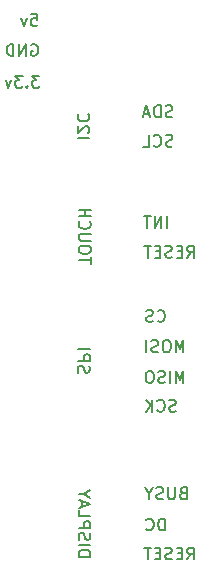
<source format=gbo>
%TF.GenerationSoftware,KiCad,Pcbnew,7.0.2-6a45011f42~172~ubuntu20.04.1*%
%TF.CreationDate,2023-04-23T14:48:57-04:00*%
%TF.ProjectId,RPiHeaderAdapter,52506948-6561-4646-9572-416461707465,rev?*%
%TF.SameCoordinates,Original*%
%TF.FileFunction,Legend,Bot*%
%TF.FilePolarity,Positive*%
%FSLAX46Y46*%
G04 Gerber Fmt 4.6, Leading zero omitted, Abs format (unit mm)*
G04 Created by KiCad (PCBNEW 7.0.2-6a45011f42~172~ubuntu20.04.1) date 2023-04-23 14:48:57*
%MOMM*%
%LPD*%
G01*
G04 APERTURE LIST*
%ADD10C,0.150000*%
%ADD11R,1.700000X1.700000*%
%ADD12O,1.700000X1.700000*%
G04 APERTURE END LIST*
D10*
X140643076Y-104449419D02*
X140976409Y-103973228D01*
X141214504Y-104449419D02*
X141214504Y-103449419D01*
X141214504Y-103449419D02*
X140833552Y-103449419D01*
X140833552Y-103449419D02*
X140738314Y-103497038D01*
X140738314Y-103497038D02*
X140690695Y-103544657D01*
X140690695Y-103544657D02*
X140643076Y-103639895D01*
X140643076Y-103639895D02*
X140643076Y-103782752D01*
X140643076Y-103782752D02*
X140690695Y-103877990D01*
X140690695Y-103877990D02*
X140738314Y-103925609D01*
X140738314Y-103925609D02*
X140833552Y-103973228D01*
X140833552Y-103973228D02*
X141214504Y-103973228D01*
X140214504Y-103925609D02*
X139881171Y-103925609D01*
X139738314Y-104449419D02*
X140214504Y-104449419D01*
X140214504Y-104449419D02*
X140214504Y-103449419D01*
X140214504Y-103449419D02*
X139738314Y-103449419D01*
X139357361Y-104401800D02*
X139214504Y-104449419D01*
X139214504Y-104449419D02*
X138976409Y-104449419D01*
X138976409Y-104449419D02*
X138881171Y-104401800D01*
X138881171Y-104401800D02*
X138833552Y-104354180D01*
X138833552Y-104354180D02*
X138785933Y-104258942D01*
X138785933Y-104258942D02*
X138785933Y-104163704D01*
X138785933Y-104163704D02*
X138833552Y-104068466D01*
X138833552Y-104068466D02*
X138881171Y-104020847D01*
X138881171Y-104020847D02*
X138976409Y-103973228D01*
X138976409Y-103973228D02*
X139166885Y-103925609D01*
X139166885Y-103925609D02*
X139262123Y-103877990D01*
X139262123Y-103877990D02*
X139309742Y-103830371D01*
X139309742Y-103830371D02*
X139357361Y-103735133D01*
X139357361Y-103735133D02*
X139357361Y-103639895D01*
X139357361Y-103639895D02*
X139309742Y-103544657D01*
X139309742Y-103544657D02*
X139262123Y-103497038D01*
X139262123Y-103497038D02*
X139166885Y-103449419D01*
X139166885Y-103449419D02*
X138928790Y-103449419D01*
X138928790Y-103449419D02*
X138785933Y-103497038D01*
X138357361Y-103925609D02*
X138024028Y-103925609D01*
X137881171Y-104449419D02*
X138357361Y-104449419D01*
X138357361Y-104449419D02*
X138357361Y-103449419D01*
X138357361Y-103449419D02*
X137881171Y-103449419D01*
X137595456Y-103449419D02*
X137024028Y-103449419D01*
X137309742Y-104449419D02*
X137309742Y-103449419D01*
X138750704Y-101985619D02*
X138750704Y-100985619D01*
X138750704Y-100985619D02*
X138512609Y-100985619D01*
X138512609Y-100985619D02*
X138369752Y-101033238D01*
X138369752Y-101033238D02*
X138274514Y-101128476D01*
X138274514Y-101128476D02*
X138226895Y-101223714D01*
X138226895Y-101223714D02*
X138179276Y-101414190D01*
X138179276Y-101414190D02*
X138179276Y-101557047D01*
X138179276Y-101557047D02*
X138226895Y-101747523D01*
X138226895Y-101747523D02*
X138274514Y-101842761D01*
X138274514Y-101842761D02*
X138369752Y-101938000D01*
X138369752Y-101938000D02*
X138512609Y-101985619D01*
X138512609Y-101985619D02*
X138750704Y-101985619D01*
X137179276Y-101890380D02*
X137226895Y-101938000D01*
X137226895Y-101938000D02*
X137369752Y-101985619D01*
X137369752Y-101985619D02*
X137464990Y-101985619D01*
X137464990Y-101985619D02*
X137607847Y-101938000D01*
X137607847Y-101938000D02*
X137703085Y-101842761D01*
X137703085Y-101842761D02*
X137750704Y-101747523D01*
X137750704Y-101747523D02*
X137798323Y-101557047D01*
X137798323Y-101557047D02*
X137798323Y-101414190D01*
X137798323Y-101414190D02*
X137750704Y-101223714D01*
X137750704Y-101223714D02*
X137703085Y-101128476D01*
X137703085Y-101128476D02*
X137607847Y-101033238D01*
X137607847Y-101033238D02*
X137464990Y-100985619D01*
X137464990Y-100985619D02*
X137369752Y-100985619D01*
X137369752Y-100985619D02*
X137226895Y-101033238D01*
X137226895Y-101033238D02*
X137179276Y-101080857D01*
X140271571Y-98820209D02*
X140128714Y-98867828D01*
X140128714Y-98867828D02*
X140081095Y-98915447D01*
X140081095Y-98915447D02*
X140033476Y-99010685D01*
X140033476Y-99010685D02*
X140033476Y-99153542D01*
X140033476Y-99153542D02*
X140081095Y-99248780D01*
X140081095Y-99248780D02*
X140128714Y-99296400D01*
X140128714Y-99296400D02*
X140223952Y-99344019D01*
X140223952Y-99344019D02*
X140604904Y-99344019D01*
X140604904Y-99344019D02*
X140604904Y-98344019D01*
X140604904Y-98344019D02*
X140271571Y-98344019D01*
X140271571Y-98344019D02*
X140176333Y-98391638D01*
X140176333Y-98391638D02*
X140128714Y-98439257D01*
X140128714Y-98439257D02*
X140081095Y-98534495D01*
X140081095Y-98534495D02*
X140081095Y-98629733D01*
X140081095Y-98629733D02*
X140128714Y-98724971D01*
X140128714Y-98724971D02*
X140176333Y-98772590D01*
X140176333Y-98772590D02*
X140271571Y-98820209D01*
X140271571Y-98820209D02*
X140604904Y-98820209D01*
X139604904Y-98344019D02*
X139604904Y-99153542D01*
X139604904Y-99153542D02*
X139557285Y-99248780D01*
X139557285Y-99248780D02*
X139509666Y-99296400D01*
X139509666Y-99296400D02*
X139414428Y-99344019D01*
X139414428Y-99344019D02*
X139223952Y-99344019D01*
X139223952Y-99344019D02*
X139128714Y-99296400D01*
X139128714Y-99296400D02*
X139081095Y-99248780D01*
X139081095Y-99248780D02*
X139033476Y-99153542D01*
X139033476Y-99153542D02*
X139033476Y-98344019D01*
X138604904Y-99296400D02*
X138462047Y-99344019D01*
X138462047Y-99344019D02*
X138223952Y-99344019D01*
X138223952Y-99344019D02*
X138128714Y-99296400D01*
X138128714Y-99296400D02*
X138081095Y-99248780D01*
X138081095Y-99248780D02*
X138033476Y-99153542D01*
X138033476Y-99153542D02*
X138033476Y-99058304D01*
X138033476Y-99058304D02*
X138081095Y-98963066D01*
X138081095Y-98963066D02*
X138128714Y-98915447D01*
X138128714Y-98915447D02*
X138223952Y-98867828D01*
X138223952Y-98867828D02*
X138414428Y-98820209D01*
X138414428Y-98820209D02*
X138509666Y-98772590D01*
X138509666Y-98772590D02*
X138557285Y-98724971D01*
X138557285Y-98724971D02*
X138604904Y-98629733D01*
X138604904Y-98629733D02*
X138604904Y-98534495D01*
X138604904Y-98534495D02*
X138557285Y-98439257D01*
X138557285Y-98439257D02*
X138509666Y-98391638D01*
X138509666Y-98391638D02*
X138414428Y-98344019D01*
X138414428Y-98344019D02*
X138176333Y-98344019D01*
X138176333Y-98344019D02*
X138033476Y-98391638D01*
X137414428Y-98867828D02*
X137414428Y-99344019D01*
X137747761Y-98344019D02*
X137414428Y-98867828D01*
X137414428Y-98867828D02*
X137081095Y-98344019D01*
X131440380Y-104206704D02*
X132440380Y-104206704D01*
X132440380Y-104206704D02*
X132440380Y-103968609D01*
X132440380Y-103968609D02*
X132392761Y-103825752D01*
X132392761Y-103825752D02*
X132297523Y-103730514D01*
X132297523Y-103730514D02*
X132202285Y-103682895D01*
X132202285Y-103682895D02*
X132011809Y-103635276D01*
X132011809Y-103635276D02*
X131868952Y-103635276D01*
X131868952Y-103635276D02*
X131678476Y-103682895D01*
X131678476Y-103682895D02*
X131583238Y-103730514D01*
X131583238Y-103730514D02*
X131488000Y-103825752D01*
X131488000Y-103825752D02*
X131440380Y-103968609D01*
X131440380Y-103968609D02*
X131440380Y-104206704D01*
X131440380Y-103206704D02*
X132440380Y-103206704D01*
X131488000Y-102778133D02*
X131440380Y-102635276D01*
X131440380Y-102635276D02*
X131440380Y-102397181D01*
X131440380Y-102397181D02*
X131488000Y-102301943D01*
X131488000Y-102301943D02*
X131535619Y-102254324D01*
X131535619Y-102254324D02*
X131630857Y-102206705D01*
X131630857Y-102206705D02*
X131726095Y-102206705D01*
X131726095Y-102206705D02*
X131821333Y-102254324D01*
X131821333Y-102254324D02*
X131868952Y-102301943D01*
X131868952Y-102301943D02*
X131916571Y-102397181D01*
X131916571Y-102397181D02*
X131964190Y-102587657D01*
X131964190Y-102587657D02*
X132011809Y-102682895D01*
X132011809Y-102682895D02*
X132059428Y-102730514D01*
X132059428Y-102730514D02*
X132154666Y-102778133D01*
X132154666Y-102778133D02*
X132249904Y-102778133D01*
X132249904Y-102778133D02*
X132345142Y-102730514D01*
X132345142Y-102730514D02*
X132392761Y-102682895D01*
X132392761Y-102682895D02*
X132440380Y-102587657D01*
X132440380Y-102587657D02*
X132440380Y-102349562D01*
X132440380Y-102349562D02*
X132392761Y-102206705D01*
X131440380Y-101778133D02*
X132440380Y-101778133D01*
X132440380Y-101778133D02*
X132440380Y-101397181D01*
X132440380Y-101397181D02*
X132392761Y-101301943D01*
X132392761Y-101301943D02*
X132345142Y-101254324D01*
X132345142Y-101254324D02*
X132249904Y-101206705D01*
X132249904Y-101206705D02*
X132107047Y-101206705D01*
X132107047Y-101206705D02*
X132011809Y-101254324D01*
X132011809Y-101254324D02*
X131964190Y-101301943D01*
X131964190Y-101301943D02*
X131916571Y-101397181D01*
X131916571Y-101397181D02*
X131916571Y-101778133D01*
X131440380Y-100301943D02*
X131440380Y-100778133D01*
X131440380Y-100778133D02*
X132440380Y-100778133D01*
X131726095Y-100016228D02*
X131726095Y-99540038D01*
X131440380Y-100111466D02*
X132440380Y-99778133D01*
X132440380Y-99778133D02*
X131440380Y-99444800D01*
X131916571Y-98920990D02*
X131440380Y-98920990D01*
X132440380Y-99254323D02*
X131916571Y-98920990D01*
X131916571Y-98920990D02*
X132440380Y-98587657D01*
X139687323Y-91879600D02*
X139544466Y-91927219D01*
X139544466Y-91927219D02*
X139306371Y-91927219D01*
X139306371Y-91927219D02*
X139211133Y-91879600D01*
X139211133Y-91879600D02*
X139163514Y-91831980D01*
X139163514Y-91831980D02*
X139115895Y-91736742D01*
X139115895Y-91736742D02*
X139115895Y-91641504D01*
X139115895Y-91641504D02*
X139163514Y-91546266D01*
X139163514Y-91546266D02*
X139211133Y-91498647D01*
X139211133Y-91498647D02*
X139306371Y-91451028D01*
X139306371Y-91451028D02*
X139496847Y-91403409D01*
X139496847Y-91403409D02*
X139592085Y-91355790D01*
X139592085Y-91355790D02*
X139639704Y-91308171D01*
X139639704Y-91308171D02*
X139687323Y-91212933D01*
X139687323Y-91212933D02*
X139687323Y-91117695D01*
X139687323Y-91117695D02*
X139639704Y-91022457D01*
X139639704Y-91022457D02*
X139592085Y-90974838D01*
X139592085Y-90974838D02*
X139496847Y-90927219D01*
X139496847Y-90927219D02*
X139258752Y-90927219D01*
X139258752Y-90927219D02*
X139115895Y-90974838D01*
X138115895Y-91831980D02*
X138163514Y-91879600D01*
X138163514Y-91879600D02*
X138306371Y-91927219D01*
X138306371Y-91927219D02*
X138401609Y-91927219D01*
X138401609Y-91927219D02*
X138544466Y-91879600D01*
X138544466Y-91879600D02*
X138639704Y-91784361D01*
X138639704Y-91784361D02*
X138687323Y-91689123D01*
X138687323Y-91689123D02*
X138734942Y-91498647D01*
X138734942Y-91498647D02*
X138734942Y-91355790D01*
X138734942Y-91355790D02*
X138687323Y-91165314D01*
X138687323Y-91165314D02*
X138639704Y-91070076D01*
X138639704Y-91070076D02*
X138544466Y-90974838D01*
X138544466Y-90974838D02*
X138401609Y-90927219D01*
X138401609Y-90927219D02*
X138306371Y-90927219D01*
X138306371Y-90927219D02*
X138163514Y-90974838D01*
X138163514Y-90974838D02*
X138115895Y-91022457D01*
X137687323Y-91927219D02*
X137687323Y-90927219D01*
X137115895Y-91927219D02*
X137544466Y-91355790D01*
X137115895Y-90927219D02*
X137687323Y-91498647D01*
X140325504Y-89514219D02*
X140325504Y-88514219D01*
X140325504Y-88514219D02*
X139992171Y-89228504D01*
X139992171Y-89228504D02*
X139658838Y-88514219D01*
X139658838Y-88514219D02*
X139658838Y-89514219D01*
X139182647Y-89514219D02*
X139182647Y-88514219D01*
X138754076Y-89466600D02*
X138611219Y-89514219D01*
X138611219Y-89514219D02*
X138373124Y-89514219D01*
X138373124Y-89514219D02*
X138277886Y-89466600D01*
X138277886Y-89466600D02*
X138230267Y-89418980D01*
X138230267Y-89418980D02*
X138182648Y-89323742D01*
X138182648Y-89323742D02*
X138182648Y-89228504D01*
X138182648Y-89228504D02*
X138230267Y-89133266D01*
X138230267Y-89133266D02*
X138277886Y-89085647D01*
X138277886Y-89085647D02*
X138373124Y-89038028D01*
X138373124Y-89038028D02*
X138563600Y-88990409D01*
X138563600Y-88990409D02*
X138658838Y-88942790D01*
X138658838Y-88942790D02*
X138706457Y-88895171D01*
X138706457Y-88895171D02*
X138754076Y-88799933D01*
X138754076Y-88799933D02*
X138754076Y-88704695D01*
X138754076Y-88704695D02*
X138706457Y-88609457D01*
X138706457Y-88609457D02*
X138658838Y-88561838D01*
X138658838Y-88561838D02*
X138563600Y-88514219D01*
X138563600Y-88514219D02*
X138325505Y-88514219D01*
X138325505Y-88514219D02*
X138182648Y-88561838D01*
X137563600Y-88514219D02*
X137373124Y-88514219D01*
X137373124Y-88514219D02*
X137277886Y-88561838D01*
X137277886Y-88561838D02*
X137182648Y-88657076D01*
X137182648Y-88657076D02*
X137135029Y-88847552D01*
X137135029Y-88847552D02*
X137135029Y-89180885D01*
X137135029Y-89180885D02*
X137182648Y-89371361D01*
X137182648Y-89371361D02*
X137277886Y-89466600D01*
X137277886Y-89466600D02*
X137373124Y-89514219D01*
X137373124Y-89514219D02*
X137563600Y-89514219D01*
X137563600Y-89514219D02*
X137658838Y-89466600D01*
X137658838Y-89466600D02*
X137754076Y-89371361D01*
X137754076Y-89371361D02*
X137801695Y-89180885D01*
X137801695Y-89180885D02*
X137801695Y-88847552D01*
X137801695Y-88847552D02*
X137754076Y-88657076D01*
X137754076Y-88657076D02*
X137658838Y-88561838D01*
X137658838Y-88561838D02*
X137563600Y-88514219D01*
X140325504Y-86898019D02*
X140325504Y-85898019D01*
X140325504Y-85898019D02*
X139992171Y-86612304D01*
X139992171Y-86612304D02*
X139658838Y-85898019D01*
X139658838Y-85898019D02*
X139658838Y-86898019D01*
X138992171Y-85898019D02*
X138801695Y-85898019D01*
X138801695Y-85898019D02*
X138706457Y-85945638D01*
X138706457Y-85945638D02*
X138611219Y-86040876D01*
X138611219Y-86040876D02*
X138563600Y-86231352D01*
X138563600Y-86231352D02*
X138563600Y-86564685D01*
X138563600Y-86564685D02*
X138611219Y-86755161D01*
X138611219Y-86755161D02*
X138706457Y-86850400D01*
X138706457Y-86850400D02*
X138801695Y-86898019D01*
X138801695Y-86898019D02*
X138992171Y-86898019D01*
X138992171Y-86898019D02*
X139087409Y-86850400D01*
X139087409Y-86850400D02*
X139182647Y-86755161D01*
X139182647Y-86755161D02*
X139230266Y-86564685D01*
X139230266Y-86564685D02*
X139230266Y-86231352D01*
X139230266Y-86231352D02*
X139182647Y-86040876D01*
X139182647Y-86040876D02*
X139087409Y-85945638D01*
X139087409Y-85945638D02*
X138992171Y-85898019D01*
X138182647Y-86850400D02*
X138039790Y-86898019D01*
X138039790Y-86898019D02*
X137801695Y-86898019D01*
X137801695Y-86898019D02*
X137706457Y-86850400D01*
X137706457Y-86850400D02*
X137658838Y-86802780D01*
X137658838Y-86802780D02*
X137611219Y-86707542D01*
X137611219Y-86707542D02*
X137611219Y-86612304D01*
X137611219Y-86612304D02*
X137658838Y-86517066D01*
X137658838Y-86517066D02*
X137706457Y-86469447D01*
X137706457Y-86469447D02*
X137801695Y-86421828D01*
X137801695Y-86421828D02*
X137992171Y-86374209D01*
X137992171Y-86374209D02*
X138087409Y-86326590D01*
X138087409Y-86326590D02*
X138135028Y-86278971D01*
X138135028Y-86278971D02*
X138182647Y-86183733D01*
X138182647Y-86183733D02*
X138182647Y-86088495D01*
X138182647Y-86088495D02*
X138135028Y-85993257D01*
X138135028Y-85993257D02*
X138087409Y-85945638D01*
X138087409Y-85945638D02*
X137992171Y-85898019D01*
X137992171Y-85898019D02*
X137754076Y-85898019D01*
X137754076Y-85898019D02*
X137611219Y-85945638D01*
X137182647Y-86898019D02*
X137182647Y-85898019D01*
X138128476Y-84237380D02*
X138176095Y-84285000D01*
X138176095Y-84285000D02*
X138318952Y-84332619D01*
X138318952Y-84332619D02*
X138414190Y-84332619D01*
X138414190Y-84332619D02*
X138557047Y-84285000D01*
X138557047Y-84285000D02*
X138652285Y-84189761D01*
X138652285Y-84189761D02*
X138699904Y-84094523D01*
X138699904Y-84094523D02*
X138747523Y-83904047D01*
X138747523Y-83904047D02*
X138747523Y-83761190D01*
X138747523Y-83761190D02*
X138699904Y-83570714D01*
X138699904Y-83570714D02*
X138652285Y-83475476D01*
X138652285Y-83475476D02*
X138557047Y-83380238D01*
X138557047Y-83380238D02*
X138414190Y-83332619D01*
X138414190Y-83332619D02*
X138318952Y-83332619D01*
X138318952Y-83332619D02*
X138176095Y-83380238D01*
X138176095Y-83380238D02*
X138128476Y-83427857D01*
X137747523Y-84285000D02*
X137604666Y-84332619D01*
X137604666Y-84332619D02*
X137366571Y-84332619D01*
X137366571Y-84332619D02*
X137271333Y-84285000D01*
X137271333Y-84285000D02*
X137223714Y-84237380D01*
X137223714Y-84237380D02*
X137176095Y-84142142D01*
X137176095Y-84142142D02*
X137176095Y-84046904D01*
X137176095Y-84046904D02*
X137223714Y-83951666D01*
X137223714Y-83951666D02*
X137271333Y-83904047D01*
X137271333Y-83904047D02*
X137366571Y-83856428D01*
X137366571Y-83856428D02*
X137557047Y-83808809D01*
X137557047Y-83808809D02*
X137652285Y-83761190D01*
X137652285Y-83761190D02*
X137699904Y-83713571D01*
X137699904Y-83713571D02*
X137747523Y-83618333D01*
X137747523Y-83618333D02*
X137747523Y-83523095D01*
X137747523Y-83523095D02*
X137699904Y-83427857D01*
X137699904Y-83427857D02*
X137652285Y-83380238D01*
X137652285Y-83380238D02*
X137557047Y-83332619D01*
X137557047Y-83332619D02*
X137318952Y-83332619D01*
X137318952Y-83332619D02*
X137176095Y-83380238D01*
X131437200Y-88633323D02*
X131389580Y-88490466D01*
X131389580Y-88490466D02*
X131389580Y-88252371D01*
X131389580Y-88252371D02*
X131437200Y-88157133D01*
X131437200Y-88157133D02*
X131484819Y-88109514D01*
X131484819Y-88109514D02*
X131580057Y-88061895D01*
X131580057Y-88061895D02*
X131675295Y-88061895D01*
X131675295Y-88061895D02*
X131770533Y-88109514D01*
X131770533Y-88109514D02*
X131818152Y-88157133D01*
X131818152Y-88157133D02*
X131865771Y-88252371D01*
X131865771Y-88252371D02*
X131913390Y-88442847D01*
X131913390Y-88442847D02*
X131961009Y-88538085D01*
X131961009Y-88538085D02*
X132008628Y-88585704D01*
X132008628Y-88585704D02*
X132103866Y-88633323D01*
X132103866Y-88633323D02*
X132199104Y-88633323D01*
X132199104Y-88633323D02*
X132294342Y-88585704D01*
X132294342Y-88585704D02*
X132341961Y-88538085D01*
X132341961Y-88538085D02*
X132389580Y-88442847D01*
X132389580Y-88442847D02*
X132389580Y-88204752D01*
X132389580Y-88204752D02*
X132341961Y-88061895D01*
X131389580Y-87633323D02*
X132389580Y-87633323D01*
X132389580Y-87633323D02*
X132389580Y-87252371D01*
X132389580Y-87252371D02*
X132341961Y-87157133D01*
X132341961Y-87157133D02*
X132294342Y-87109514D01*
X132294342Y-87109514D02*
X132199104Y-87061895D01*
X132199104Y-87061895D02*
X132056247Y-87061895D01*
X132056247Y-87061895D02*
X131961009Y-87109514D01*
X131961009Y-87109514D02*
X131913390Y-87157133D01*
X131913390Y-87157133D02*
X131865771Y-87252371D01*
X131865771Y-87252371D02*
X131865771Y-87633323D01*
X131389580Y-86633323D02*
X132389580Y-86633323D01*
X132465780Y-79406761D02*
X132465780Y-78835333D01*
X131465780Y-79121047D02*
X132465780Y-79121047D01*
X132465780Y-78311523D02*
X132465780Y-78121047D01*
X132465780Y-78121047D02*
X132418161Y-78025809D01*
X132418161Y-78025809D02*
X132322923Y-77930571D01*
X132322923Y-77930571D02*
X132132447Y-77882952D01*
X132132447Y-77882952D02*
X131799114Y-77882952D01*
X131799114Y-77882952D02*
X131608638Y-77930571D01*
X131608638Y-77930571D02*
X131513400Y-78025809D01*
X131513400Y-78025809D02*
X131465780Y-78121047D01*
X131465780Y-78121047D02*
X131465780Y-78311523D01*
X131465780Y-78311523D02*
X131513400Y-78406761D01*
X131513400Y-78406761D02*
X131608638Y-78501999D01*
X131608638Y-78501999D02*
X131799114Y-78549618D01*
X131799114Y-78549618D02*
X132132447Y-78549618D01*
X132132447Y-78549618D02*
X132322923Y-78501999D01*
X132322923Y-78501999D02*
X132418161Y-78406761D01*
X132418161Y-78406761D02*
X132465780Y-78311523D01*
X132465780Y-77454380D02*
X131656257Y-77454380D01*
X131656257Y-77454380D02*
X131561019Y-77406761D01*
X131561019Y-77406761D02*
X131513400Y-77359142D01*
X131513400Y-77359142D02*
X131465780Y-77263904D01*
X131465780Y-77263904D02*
X131465780Y-77073428D01*
X131465780Y-77073428D02*
X131513400Y-76978190D01*
X131513400Y-76978190D02*
X131561019Y-76930571D01*
X131561019Y-76930571D02*
X131656257Y-76882952D01*
X131656257Y-76882952D02*
X132465780Y-76882952D01*
X131561019Y-75835333D02*
X131513400Y-75882952D01*
X131513400Y-75882952D02*
X131465780Y-76025809D01*
X131465780Y-76025809D02*
X131465780Y-76121047D01*
X131465780Y-76121047D02*
X131513400Y-76263904D01*
X131513400Y-76263904D02*
X131608638Y-76359142D01*
X131608638Y-76359142D02*
X131703876Y-76406761D01*
X131703876Y-76406761D02*
X131894352Y-76454380D01*
X131894352Y-76454380D02*
X132037209Y-76454380D01*
X132037209Y-76454380D02*
X132227685Y-76406761D01*
X132227685Y-76406761D02*
X132322923Y-76359142D01*
X132322923Y-76359142D02*
X132418161Y-76263904D01*
X132418161Y-76263904D02*
X132465780Y-76121047D01*
X132465780Y-76121047D02*
X132465780Y-76025809D01*
X132465780Y-76025809D02*
X132418161Y-75882952D01*
X132418161Y-75882952D02*
X132370542Y-75835333D01*
X131465780Y-75406761D02*
X132465780Y-75406761D01*
X131989590Y-75406761D02*
X131989590Y-74835333D01*
X131465780Y-74835333D02*
X132465780Y-74835333D01*
X140643076Y-78897019D02*
X140976409Y-78420828D01*
X141214504Y-78897019D02*
X141214504Y-77897019D01*
X141214504Y-77897019D02*
X140833552Y-77897019D01*
X140833552Y-77897019D02*
X140738314Y-77944638D01*
X140738314Y-77944638D02*
X140690695Y-77992257D01*
X140690695Y-77992257D02*
X140643076Y-78087495D01*
X140643076Y-78087495D02*
X140643076Y-78230352D01*
X140643076Y-78230352D02*
X140690695Y-78325590D01*
X140690695Y-78325590D02*
X140738314Y-78373209D01*
X140738314Y-78373209D02*
X140833552Y-78420828D01*
X140833552Y-78420828D02*
X141214504Y-78420828D01*
X140214504Y-78373209D02*
X139881171Y-78373209D01*
X139738314Y-78897019D02*
X140214504Y-78897019D01*
X140214504Y-78897019D02*
X140214504Y-77897019D01*
X140214504Y-77897019D02*
X139738314Y-77897019D01*
X139357361Y-78849400D02*
X139214504Y-78897019D01*
X139214504Y-78897019D02*
X138976409Y-78897019D01*
X138976409Y-78897019D02*
X138881171Y-78849400D01*
X138881171Y-78849400D02*
X138833552Y-78801780D01*
X138833552Y-78801780D02*
X138785933Y-78706542D01*
X138785933Y-78706542D02*
X138785933Y-78611304D01*
X138785933Y-78611304D02*
X138833552Y-78516066D01*
X138833552Y-78516066D02*
X138881171Y-78468447D01*
X138881171Y-78468447D02*
X138976409Y-78420828D01*
X138976409Y-78420828D02*
X139166885Y-78373209D01*
X139166885Y-78373209D02*
X139262123Y-78325590D01*
X139262123Y-78325590D02*
X139309742Y-78277971D01*
X139309742Y-78277971D02*
X139357361Y-78182733D01*
X139357361Y-78182733D02*
X139357361Y-78087495D01*
X139357361Y-78087495D02*
X139309742Y-77992257D01*
X139309742Y-77992257D02*
X139262123Y-77944638D01*
X139262123Y-77944638D02*
X139166885Y-77897019D01*
X139166885Y-77897019D02*
X138928790Y-77897019D01*
X138928790Y-77897019D02*
X138785933Y-77944638D01*
X138357361Y-78373209D02*
X138024028Y-78373209D01*
X137881171Y-78897019D02*
X138357361Y-78897019D01*
X138357361Y-78897019D02*
X138357361Y-77897019D01*
X138357361Y-77897019D02*
X137881171Y-77897019D01*
X137595456Y-77897019D02*
X137024028Y-77897019D01*
X137309742Y-78897019D02*
X137309742Y-77897019D01*
X138928504Y-76407819D02*
X138928504Y-75407819D01*
X138452314Y-76407819D02*
X138452314Y-75407819D01*
X138452314Y-75407819D02*
X137880886Y-76407819D01*
X137880886Y-76407819D02*
X137880886Y-75407819D01*
X137547552Y-75407819D02*
X136976124Y-75407819D01*
X137261838Y-76407819D02*
X137261838Y-75407819D01*
X131364180Y-68748304D02*
X132364180Y-68748304D01*
X132268942Y-68319733D02*
X132316561Y-68272114D01*
X132316561Y-68272114D02*
X132364180Y-68176876D01*
X132364180Y-68176876D02*
X132364180Y-67938781D01*
X132364180Y-67938781D02*
X132316561Y-67843543D01*
X132316561Y-67843543D02*
X132268942Y-67795924D01*
X132268942Y-67795924D02*
X132173704Y-67748305D01*
X132173704Y-67748305D02*
X132078466Y-67748305D01*
X132078466Y-67748305D02*
X131935609Y-67795924D01*
X131935609Y-67795924D02*
X131364180Y-68367352D01*
X131364180Y-68367352D02*
X131364180Y-67748305D01*
X131459419Y-66748305D02*
X131411800Y-66795924D01*
X131411800Y-66795924D02*
X131364180Y-66938781D01*
X131364180Y-66938781D02*
X131364180Y-67034019D01*
X131364180Y-67034019D02*
X131411800Y-67176876D01*
X131411800Y-67176876D02*
X131507038Y-67272114D01*
X131507038Y-67272114D02*
X131602276Y-67319733D01*
X131602276Y-67319733D02*
X131792752Y-67367352D01*
X131792752Y-67367352D02*
X131935609Y-67367352D01*
X131935609Y-67367352D02*
X132126085Y-67319733D01*
X132126085Y-67319733D02*
X132221323Y-67272114D01*
X132221323Y-67272114D02*
X132316561Y-67176876D01*
X132316561Y-67176876D02*
X132364180Y-67034019D01*
X132364180Y-67034019D02*
X132364180Y-66938781D01*
X132364180Y-66938781D02*
X132316561Y-66795924D01*
X132316561Y-66795924D02*
X132268942Y-66748305D01*
X139382523Y-69451400D02*
X139239666Y-69499019D01*
X139239666Y-69499019D02*
X139001571Y-69499019D01*
X139001571Y-69499019D02*
X138906333Y-69451400D01*
X138906333Y-69451400D02*
X138858714Y-69403780D01*
X138858714Y-69403780D02*
X138811095Y-69308542D01*
X138811095Y-69308542D02*
X138811095Y-69213304D01*
X138811095Y-69213304D02*
X138858714Y-69118066D01*
X138858714Y-69118066D02*
X138906333Y-69070447D01*
X138906333Y-69070447D02*
X139001571Y-69022828D01*
X139001571Y-69022828D02*
X139192047Y-68975209D01*
X139192047Y-68975209D02*
X139287285Y-68927590D01*
X139287285Y-68927590D02*
X139334904Y-68879971D01*
X139334904Y-68879971D02*
X139382523Y-68784733D01*
X139382523Y-68784733D02*
X139382523Y-68689495D01*
X139382523Y-68689495D02*
X139334904Y-68594257D01*
X139334904Y-68594257D02*
X139287285Y-68546638D01*
X139287285Y-68546638D02*
X139192047Y-68499019D01*
X139192047Y-68499019D02*
X138953952Y-68499019D01*
X138953952Y-68499019D02*
X138811095Y-68546638D01*
X137811095Y-69403780D02*
X137858714Y-69451400D01*
X137858714Y-69451400D02*
X138001571Y-69499019D01*
X138001571Y-69499019D02*
X138096809Y-69499019D01*
X138096809Y-69499019D02*
X138239666Y-69451400D01*
X138239666Y-69451400D02*
X138334904Y-69356161D01*
X138334904Y-69356161D02*
X138382523Y-69260923D01*
X138382523Y-69260923D02*
X138430142Y-69070447D01*
X138430142Y-69070447D02*
X138430142Y-68927590D01*
X138430142Y-68927590D02*
X138382523Y-68737114D01*
X138382523Y-68737114D02*
X138334904Y-68641876D01*
X138334904Y-68641876D02*
X138239666Y-68546638D01*
X138239666Y-68546638D02*
X138096809Y-68499019D01*
X138096809Y-68499019D02*
X138001571Y-68499019D01*
X138001571Y-68499019D02*
X137858714Y-68546638D01*
X137858714Y-68546638D02*
X137811095Y-68594257D01*
X136906333Y-69499019D02*
X137382523Y-69499019D01*
X137382523Y-69499019D02*
X137382523Y-68499019D01*
X139382523Y-66962200D02*
X139239666Y-67009819D01*
X139239666Y-67009819D02*
X139001571Y-67009819D01*
X139001571Y-67009819D02*
X138906333Y-66962200D01*
X138906333Y-66962200D02*
X138858714Y-66914580D01*
X138858714Y-66914580D02*
X138811095Y-66819342D01*
X138811095Y-66819342D02*
X138811095Y-66724104D01*
X138811095Y-66724104D02*
X138858714Y-66628866D01*
X138858714Y-66628866D02*
X138906333Y-66581247D01*
X138906333Y-66581247D02*
X139001571Y-66533628D01*
X139001571Y-66533628D02*
X139192047Y-66486009D01*
X139192047Y-66486009D02*
X139287285Y-66438390D01*
X139287285Y-66438390D02*
X139334904Y-66390771D01*
X139334904Y-66390771D02*
X139382523Y-66295533D01*
X139382523Y-66295533D02*
X139382523Y-66200295D01*
X139382523Y-66200295D02*
X139334904Y-66105057D01*
X139334904Y-66105057D02*
X139287285Y-66057438D01*
X139287285Y-66057438D02*
X139192047Y-66009819D01*
X139192047Y-66009819D02*
X138953952Y-66009819D01*
X138953952Y-66009819D02*
X138811095Y-66057438D01*
X138382523Y-67009819D02*
X138382523Y-66009819D01*
X138382523Y-66009819D02*
X138144428Y-66009819D01*
X138144428Y-66009819D02*
X138001571Y-66057438D01*
X138001571Y-66057438D02*
X137906333Y-66152676D01*
X137906333Y-66152676D02*
X137858714Y-66247914D01*
X137858714Y-66247914D02*
X137811095Y-66438390D01*
X137811095Y-66438390D02*
X137811095Y-66581247D01*
X137811095Y-66581247D02*
X137858714Y-66771723D01*
X137858714Y-66771723D02*
X137906333Y-66866961D01*
X137906333Y-66866961D02*
X138001571Y-66962200D01*
X138001571Y-66962200D02*
X138144428Y-67009819D01*
X138144428Y-67009819D02*
X138382523Y-67009819D01*
X137430142Y-66724104D02*
X136953952Y-66724104D01*
X137525380Y-67009819D02*
X137192047Y-66009819D01*
X137192047Y-66009819D02*
X136858714Y-67009819D01*
X127428714Y-58262819D02*
X127904904Y-58262819D01*
X127904904Y-58262819D02*
X127952523Y-58739009D01*
X127952523Y-58739009D02*
X127904904Y-58691390D01*
X127904904Y-58691390D02*
X127809666Y-58643771D01*
X127809666Y-58643771D02*
X127571571Y-58643771D01*
X127571571Y-58643771D02*
X127476333Y-58691390D01*
X127476333Y-58691390D02*
X127428714Y-58739009D01*
X127428714Y-58739009D02*
X127381095Y-58834247D01*
X127381095Y-58834247D02*
X127381095Y-59072342D01*
X127381095Y-59072342D02*
X127428714Y-59167580D01*
X127428714Y-59167580D02*
X127476333Y-59215200D01*
X127476333Y-59215200D02*
X127571571Y-59262819D01*
X127571571Y-59262819D02*
X127809666Y-59262819D01*
X127809666Y-59262819D02*
X127904904Y-59215200D01*
X127904904Y-59215200D02*
X127952523Y-59167580D01*
X127047761Y-58596152D02*
X126809666Y-59262819D01*
X126809666Y-59262819D02*
X126571571Y-58596152D01*
X127457295Y-60875838D02*
X127552533Y-60828219D01*
X127552533Y-60828219D02*
X127695390Y-60828219D01*
X127695390Y-60828219D02*
X127838247Y-60875838D01*
X127838247Y-60875838D02*
X127933485Y-60971076D01*
X127933485Y-60971076D02*
X127981104Y-61066314D01*
X127981104Y-61066314D02*
X128028723Y-61256790D01*
X128028723Y-61256790D02*
X128028723Y-61399647D01*
X128028723Y-61399647D02*
X127981104Y-61590123D01*
X127981104Y-61590123D02*
X127933485Y-61685361D01*
X127933485Y-61685361D02*
X127838247Y-61780600D01*
X127838247Y-61780600D02*
X127695390Y-61828219D01*
X127695390Y-61828219D02*
X127600152Y-61828219D01*
X127600152Y-61828219D02*
X127457295Y-61780600D01*
X127457295Y-61780600D02*
X127409676Y-61732980D01*
X127409676Y-61732980D02*
X127409676Y-61399647D01*
X127409676Y-61399647D02*
X127600152Y-61399647D01*
X126981104Y-61828219D02*
X126981104Y-60828219D01*
X126981104Y-60828219D02*
X126409676Y-61828219D01*
X126409676Y-61828219D02*
X126409676Y-60828219D01*
X125933485Y-61828219D02*
X125933485Y-60828219D01*
X125933485Y-60828219D02*
X125695390Y-60828219D01*
X125695390Y-60828219D02*
X125552533Y-60875838D01*
X125552533Y-60875838D02*
X125457295Y-60971076D01*
X125457295Y-60971076D02*
X125409676Y-61066314D01*
X125409676Y-61066314D02*
X125362057Y-61256790D01*
X125362057Y-61256790D02*
X125362057Y-61399647D01*
X125362057Y-61399647D02*
X125409676Y-61590123D01*
X125409676Y-61590123D02*
X125457295Y-61685361D01*
X125457295Y-61685361D02*
X125552533Y-61780600D01*
X125552533Y-61780600D02*
X125695390Y-61828219D01*
X125695390Y-61828219D02*
X125933485Y-61828219D01*
X128127142Y-63495219D02*
X127508095Y-63495219D01*
X127508095Y-63495219D02*
X127841428Y-63876171D01*
X127841428Y-63876171D02*
X127698571Y-63876171D01*
X127698571Y-63876171D02*
X127603333Y-63923790D01*
X127603333Y-63923790D02*
X127555714Y-63971409D01*
X127555714Y-63971409D02*
X127508095Y-64066647D01*
X127508095Y-64066647D02*
X127508095Y-64304742D01*
X127508095Y-64304742D02*
X127555714Y-64399980D01*
X127555714Y-64399980D02*
X127603333Y-64447600D01*
X127603333Y-64447600D02*
X127698571Y-64495219D01*
X127698571Y-64495219D02*
X127984285Y-64495219D01*
X127984285Y-64495219D02*
X128079523Y-64447600D01*
X128079523Y-64447600D02*
X128127142Y-64399980D01*
X127079523Y-64399980D02*
X127031904Y-64447600D01*
X127031904Y-64447600D02*
X127079523Y-64495219D01*
X127079523Y-64495219D02*
X127127142Y-64447600D01*
X127127142Y-64447600D02*
X127079523Y-64399980D01*
X127079523Y-64399980D02*
X127079523Y-64495219D01*
X126698571Y-63495219D02*
X126079524Y-63495219D01*
X126079524Y-63495219D02*
X126412857Y-63876171D01*
X126412857Y-63876171D02*
X126270000Y-63876171D01*
X126270000Y-63876171D02*
X126174762Y-63923790D01*
X126174762Y-63923790D02*
X126127143Y-63971409D01*
X126127143Y-63971409D02*
X126079524Y-64066647D01*
X126079524Y-64066647D02*
X126079524Y-64304742D01*
X126079524Y-64304742D02*
X126127143Y-64399980D01*
X126127143Y-64399980D02*
X126174762Y-64447600D01*
X126174762Y-64447600D02*
X126270000Y-64495219D01*
X126270000Y-64495219D02*
X126555714Y-64495219D01*
X126555714Y-64495219D02*
X126650952Y-64447600D01*
X126650952Y-64447600D02*
X126698571Y-64399980D01*
X125746190Y-63828552D02*
X125508095Y-64495219D01*
X125508095Y-64495219D02*
X125270000Y-63828552D01*
%LPC*%
X125839400Y-91220847D02*
X125887019Y-91125609D01*
X125887019Y-91125609D02*
X125887019Y-90935133D01*
X125887019Y-90935133D02*
X125839400Y-90839895D01*
X125839400Y-90839895D02*
X125744161Y-90792276D01*
X125744161Y-90792276D02*
X125363209Y-90792276D01*
X125363209Y-90792276D02*
X125267971Y-90839895D01*
X125267971Y-90839895D02*
X125220352Y-90935133D01*
X125220352Y-90935133D02*
X125220352Y-91125609D01*
X125220352Y-91125609D02*
X125267971Y-91220847D01*
X125267971Y-91220847D02*
X125363209Y-91268466D01*
X125363209Y-91268466D02*
X125458447Y-91268466D01*
X125458447Y-91268466D02*
X125553685Y-90792276D01*
X125887019Y-91697038D02*
X124887019Y-91697038D01*
X124887019Y-91697038D02*
X124887019Y-91935133D01*
X124887019Y-91935133D02*
X124934638Y-92077990D01*
X124934638Y-92077990D02*
X125029876Y-92173228D01*
X125029876Y-92173228D02*
X125125114Y-92220847D01*
X125125114Y-92220847D02*
X125315590Y-92268466D01*
X125315590Y-92268466D02*
X125458447Y-92268466D01*
X125458447Y-92268466D02*
X125648923Y-92220847D01*
X125648923Y-92220847D02*
X125744161Y-92173228D01*
X125744161Y-92173228D02*
X125839400Y-92077990D01*
X125839400Y-92077990D02*
X125887019Y-91935133D01*
X125887019Y-91935133D02*
X125887019Y-91697038D01*
X125887019Y-92697038D02*
X125220352Y-92697038D01*
X124887019Y-92697038D02*
X124934638Y-92649419D01*
X124934638Y-92649419D02*
X124982257Y-92697038D01*
X124982257Y-92697038D02*
X124934638Y-92744657D01*
X124934638Y-92744657D02*
X124887019Y-92697038D01*
X124887019Y-92697038D02*
X124982257Y-92697038D01*
X125839400Y-93125609D02*
X125887019Y-93220847D01*
X125887019Y-93220847D02*
X125887019Y-93411323D01*
X125887019Y-93411323D02*
X125839400Y-93506561D01*
X125839400Y-93506561D02*
X125744161Y-93554180D01*
X125744161Y-93554180D02*
X125696542Y-93554180D01*
X125696542Y-93554180D02*
X125601304Y-93506561D01*
X125601304Y-93506561D02*
X125553685Y-93411323D01*
X125553685Y-93411323D02*
X125553685Y-93268466D01*
X125553685Y-93268466D02*
X125506066Y-93173228D01*
X125506066Y-93173228D02*
X125410828Y-93125609D01*
X125410828Y-93125609D02*
X125363209Y-93125609D01*
X125363209Y-93125609D02*
X125267971Y-93173228D01*
X125267971Y-93173228D02*
X125220352Y-93268466D01*
X125220352Y-93268466D02*
X125220352Y-93411323D01*
X125220352Y-93411323D02*
X125267971Y-93506561D01*
X125220352Y-93982752D02*
X126220352Y-93982752D01*
X125267971Y-93982752D02*
X125220352Y-94077990D01*
X125220352Y-94077990D02*
X125220352Y-94268466D01*
X125220352Y-94268466D02*
X125267971Y-94363704D01*
X125267971Y-94363704D02*
X125315590Y-94411323D01*
X125315590Y-94411323D02*
X125410828Y-94458942D01*
X125410828Y-94458942D02*
X125696542Y-94458942D01*
X125696542Y-94458942D02*
X125791780Y-94411323D01*
X125791780Y-94411323D02*
X125839400Y-94363704D01*
X125839400Y-94363704D02*
X125887019Y-94268466D01*
X125887019Y-94268466D02*
X125887019Y-94077990D01*
X125887019Y-94077990D02*
X125839400Y-93982752D01*
X125887019Y-95030371D02*
X125839400Y-94935133D01*
X125839400Y-94935133D02*
X125744161Y-94887514D01*
X125744161Y-94887514D02*
X124887019Y-94887514D01*
X125887019Y-95839895D02*
X125363209Y-95839895D01*
X125363209Y-95839895D02*
X125267971Y-95792276D01*
X125267971Y-95792276D02*
X125220352Y-95697038D01*
X125220352Y-95697038D02*
X125220352Y-95506562D01*
X125220352Y-95506562D02*
X125267971Y-95411324D01*
X125839400Y-95839895D02*
X125887019Y-95744657D01*
X125887019Y-95744657D02*
X125887019Y-95506562D01*
X125887019Y-95506562D02*
X125839400Y-95411324D01*
X125839400Y-95411324D02*
X125744161Y-95363705D01*
X125744161Y-95363705D02*
X125648923Y-95363705D01*
X125648923Y-95363705D02*
X125553685Y-95411324D01*
X125553685Y-95411324D02*
X125506066Y-95506562D01*
X125506066Y-95506562D02*
X125506066Y-95744657D01*
X125506066Y-95744657D02*
X125458447Y-95839895D01*
X125220352Y-96220848D02*
X125887019Y-96458943D01*
X125220352Y-96697038D02*
X125887019Y-96458943D01*
X125887019Y-96458943D02*
X126125114Y-96363705D01*
X126125114Y-96363705D02*
X126172733Y-96316086D01*
X126172733Y-96316086D02*
X126220352Y-96220848D01*
X125887019Y-98411324D02*
X125410828Y-98077991D01*
X125887019Y-97839896D02*
X124887019Y-97839896D01*
X124887019Y-97839896D02*
X124887019Y-98220848D01*
X124887019Y-98220848D02*
X124934638Y-98316086D01*
X124934638Y-98316086D02*
X124982257Y-98363705D01*
X124982257Y-98363705D02*
X125077495Y-98411324D01*
X125077495Y-98411324D02*
X125220352Y-98411324D01*
X125220352Y-98411324D02*
X125315590Y-98363705D01*
X125315590Y-98363705D02*
X125363209Y-98316086D01*
X125363209Y-98316086D02*
X125410828Y-98220848D01*
X125410828Y-98220848D02*
X125410828Y-97839896D01*
X125887019Y-98839896D02*
X124887019Y-98839896D01*
X124887019Y-98839896D02*
X124887019Y-99220848D01*
X124887019Y-99220848D02*
X124934638Y-99316086D01*
X124934638Y-99316086D02*
X124982257Y-99363705D01*
X124982257Y-99363705D02*
X125077495Y-99411324D01*
X125077495Y-99411324D02*
X125220352Y-99411324D01*
X125220352Y-99411324D02*
X125315590Y-99363705D01*
X125315590Y-99363705D02*
X125363209Y-99316086D01*
X125363209Y-99316086D02*
X125410828Y-99220848D01*
X125410828Y-99220848D02*
X125410828Y-98839896D01*
X125887019Y-99839896D02*
X125220352Y-99839896D01*
X124887019Y-99839896D02*
X124934638Y-99792277D01*
X124934638Y-99792277D02*
X124982257Y-99839896D01*
X124982257Y-99839896D02*
X124934638Y-99887515D01*
X124934638Y-99887515D02*
X124887019Y-99839896D01*
X124887019Y-99839896D02*
X124982257Y-99839896D01*
X125601304Y-101030372D02*
X125601304Y-101506562D01*
X125887019Y-100935134D02*
X124887019Y-101268467D01*
X124887019Y-101268467D02*
X125887019Y-101601800D01*
X125887019Y-102363705D02*
X124887019Y-102363705D01*
X125839400Y-102363705D02*
X125887019Y-102268467D01*
X125887019Y-102268467D02*
X125887019Y-102077991D01*
X125887019Y-102077991D02*
X125839400Y-101982753D01*
X125839400Y-101982753D02*
X125791780Y-101935134D01*
X125791780Y-101935134D02*
X125696542Y-101887515D01*
X125696542Y-101887515D02*
X125410828Y-101887515D01*
X125410828Y-101887515D02*
X125315590Y-101935134D01*
X125315590Y-101935134D02*
X125267971Y-101982753D01*
X125267971Y-101982753D02*
X125220352Y-102077991D01*
X125220352Y-102077991D02*
X125220352Y-102268467D01*
X125220352Y-102268467D02*
X125267971Y-102363705D01*
X125887019Y-103268467D02*
X125363209Y-103268467D01*
X125363209Y-103268467D02*
X125267971Y-103220848D01*
X125267971Y-103220848D02*
X125220352Y-103125610D01*
X125220352Y-103125610D02*
X125220352Y-102935134D01*
X125220352Y-102935134D02*
X125267971Y-102839896D01*
X125839400Y-103268467D02*
X125887019Y-103173229D01*
X125887019Y-103173229D02*
X125887019Y-102935134D01*
X125887019Y-102935134D02*
X125839400Y-102839896D01*
X125839400Y-102839896D02*
X125744161Y-102792277D01*
X125744161Y-102792277D02*
X125648923Y-102792277D01*
X125648923Y-102792277D02*
X125553685Y-102839896D01*
X125553685Y-102839896D02*
X125506066Y-102935134D01*
X125506066Y-102935134D02*
X125506066Y-103173229D01*
X125506066Y-103173229D02*
X125458447Y-103268467D01*
X125220352Y-103744658D02*
X126220352Y-103744658D01*
X125267971Y-103744658D02*
X125220352Y-103839896D01*
X125220352Y-103839896D02*
X125220352Y-104030372D01*
X125220352Y-104030372D02*
X125267971Y-104125610D01*
X125267971Y-104125610D02*
X125315590Y-104173229D01*
X125315590Y-104173229D02*
X125410828Y-104220848D01*
X125410828Y-104220848D02*
X125696542Y-104220848D01*
X125696542Y-104220848D02*
X125791780Y-104173229D01*
X125791780Y-104173229D02*
X125839400Y-104125610D01*
X125839400Y-104125610D02*
X125887019Y-104030372D01*
X125887019Y-104030372D02*
X125887019Y-103839896D01*
X125887019Y-103839896D02*
X125839400Y-103744658D01*
X125220352Y-104506563D02*
X125220352Y-104887515D01*
X124887019Y-104649420D02*
X125744161Y-104649420D01*
X125744161Y-104649420D02*
X125839400Y-104697039D01*
X125839400Y-104697039D02*
X125887019Y-104792277D01*
X125887019Y-104792277D02*
X125887019Y-104887515D01*
X125839400Y-105601801D02*
X125887019Y-105506563D01*
X125887019Y-105506563D02*
X125887019Y-105316087D01*
X125887019Y-105316087D02*
X125839400Y-105220849D01*
X125839400Y-105220849D02*
X125744161Y-105173230D01*
X125744161Y-105173230D02*
X125363209Y-105173230D01*
X125363209Y-105173230D02*
X125267971Y-105220849D01*
X125267971Y-105220849D02*
X125220352Y-105316087D01*
X125220352Y-105316087D02*
X125220352Y-105506563D01*
X125220352Y-105506563D02*
X125267971Y-105601801D01*
X125267971Y-105601801D02*
X125363209Y-105649420D01*
X125363209Y-105649420D02*
X125458447Y-105649420D01*
X125458447Y-105649420D02*
X125553685Y-105173230D01*
X125887019Y-106077992D02*
X125220352Y-106077992D01*
X125410828Y-106077992D02*
X125315590Y-106125611D01*
X125315590Y-106125611D02*
X125267971Y-106173230D01*
X125267971Y-106173230D02*
X125220352Y-106268468D01*
X125220352Y-106268468D02*
X125220352Y-106363706D01*
X125220352Y-107363707D02*
X125887019Y-107601802D01*
X125887019Y-107601802D02*
X125220352Y-107839897D01*
X125887019Y-108744659D02*
X125887019Y-108173231D01*
X125887019Y-108458945D02*
X124887019Y-108458945D01*
X124887019Y-108458945D02*
X125029876Y-108363707D01*
X125029876Y-108363707D02*
X125125114Y-108268469D01*
X125125114Y-108268469D02*
X125172733Y-108173231D01*
X125791780Y-109173231D02*
X125839400Y-109220850D01*
X125839400Y-109220850D02*
X125887019Y-109173231D01*
X125887019Y-109173231D02*
X125839400Y-109125612D01*
X125839400Y-109125612D02*
X125791780Y-109173231D01*
X125791780Y-109173231D02*
X125887019Y-109173231D01*
X124887019Y-109839897D02*
X124887019Y-109935135D01*
X124887019Y-109935135D02*
X124934638Y-110030373D01*
X124934638Y-110030373D02*
X124982257Y-110077992D01*
X124982257Y-110077992D02*
X125077495Y-110125611D01*
X125077495Y-110125611D02*
X125267971Y-110173230D01*
X125267971Y-110173230D02*
X125506066Y-110173230D01*
X125506066Y-110173230D02*
X125696542Y-110125611D01*
X125696542Y-110125611D02*
X125791780Y-110077992D01*
X125791780Y-110077992D02*
X125839400Y-110030373D01*
X125839400Y-110030373D02*
X125887019Y-109935135D01*
X125887019Y-109935135D02*
X125887019Y-109839897D01*
X125887019Y-109839897D02*
X125839400Y-109744659D01*
X125839400Y-109744659D02*
X125791780Y-109697040D01*
X125791780Y-109697040D02*
X125696542Y-109649421D01*
X125696542Y-109649421D02*
X125506066Y-109601802D01*
X125506066Y-109601802D02*
X125267971Y-109601802D01*
X125267971Y-109601802D02*
X125077495Y-109649421D01*
X125077495Y-109649421D02*
X124982257Y-109697040D01*
X124982257Y-109697040D02*
X124934638Y-109744659D01*
X124934638Y-109744659D02*
X124887019Y-109839897D01*
D11*
X134874000Y-75935600D03*
D12*
X134874000Y-78475600D03*
D11*
X134797800Y-98871800D03*
D12*
X134797800Y-101411800D03*
X134797800Y-103951800D03*
D11*
X134797800Y-83845000D03*
D12*
X134797800Y-86385000D03*
X134797800Y-88925000D03*
X134797800Y-91465000D03*
D11*
X130124200Y-63881000D03*
D12*
X130124200Y-61341000D03*
X130124200Y-58801000D03*
D11*
X134797800Y-66532600D03*
D12*
X134797800Y-69072600D03*
D11*
X143738600Y-58648600D03*
D12*
X146278600Y-58648600D03*
X143738600Y-61188600D03*
X146278600Y-61188600D03*
X143738600Y-63728600D03*
X146278600Y-63728600D03*
X143738600Y-66268600D03*
X146278600Y-66268600D03*
X143738600Y-68808600D03*
X146278600Y-68808600D03*
X143738600Y-71348600D03*
X146278600Y-71348600D03*
X143738600Y-73888600D03*
X146278600Y-73888600D03*
X143738600Y-76428600D03*
X146278600Y-76428600D03*
X143738600Y-78968600D03*
X146278600Y-78968600D03*
X143738600Y-81508600D03*
X146278600Y-81508600D03*
X143738600Y-84048600D03*
X146278600Y-84048600D03*
X143738600Y-86588600D03*
X146278600Y-86588600D03*
X143738600Y-89128600D03*
X146278600Y-89128600D03*
X143738600Y-91668600D03*
X146278600Y-91668600D03*
X143738600Y-94208600D03*
X146278600Y-94208600D03*
X143738600Y-96748600D03*
X146278600Y-96748600D03*
X143738600Y-99288600D03*
X146278600Y-99288600D03*
X143738600Y-101828600D03*
X146278600Y-101828600D03*
X143738600Y-104368600D03*
X146278600Y-104368600D03*
X143738600Y-106908600D03*
X146278600Y-106908600D03*
%LPD*%
M02*

</source>
